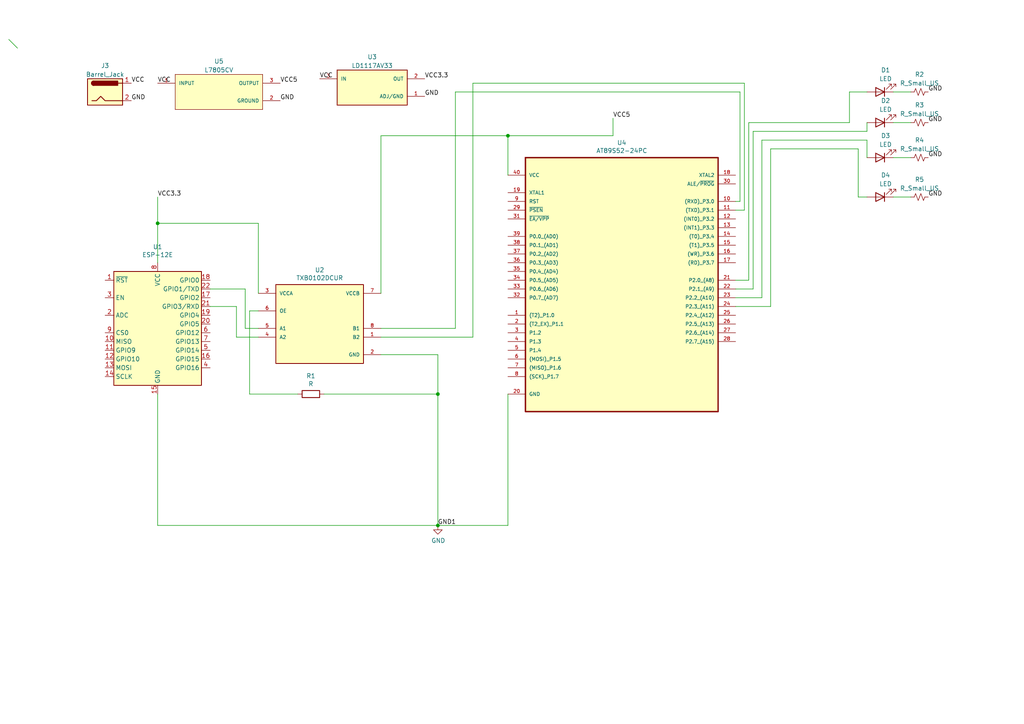
<source format=kicad_sch>
(kicad_sch (version 20230121) (generator eeschema)
  (paper "A4")
  (lib_symbols
    (symbol "CAMPROJECT-rescue:AT89S52-24PC-AT89S52-24PC" (pin_names (offset 1.016))
      (property "Reference" "U" (at -5.0038 35.4838 0))
      (property "Value" "AT89S52-24PC_AT89S52-24PC" (at -3.4036 -44.9072 0))
      (symbol "AT89S52-24PC-AT89S52-24PC_0_0"
        (rectangle (start -27.94 -40.64) (end 27.94 33.02) (stroke (width 0.4064)) (fill (type background)))
        (pin bidirectional line (at -33.02 -12.7 0) (length 5.08) (name "(T2)_P1.0") (number "1"))
        (pin bidirectional line (at 33.02 20.32 180) (length 5.08) (name "(RXD)_P3.0") (number "10"))
        (pin bidirectional line (at 33.02 17.78 180) (length 5.08) (name "(TXD)_P3.1") (number "11"))
        (pin bidirectional line (at 33.02 15.24 180) (length 5.08) (name "(INT0)_P3.2") (number "12"))
        (pin bidirectional line (at 33.02 12.7 180) (length 5.08) (name "(INT1)_P3.3") (number "13"))
        (pin bidirectional line (at 33.02 10.16 180) (length 5.08) (name "(T0)_P3.4") (number "14"))
        (pin bidirectional line (at 33.02 7.62 180) (length 5.08) (name "(T1)_P3.5") (number "15"))
        (pin bidirectional line (at 33.02 5.08 180) (length 5.08) (name "(WR)_P3.6") (number "16"))
        (pin bidirectional line (at 33.02 2.54 180) (length 5.08) (name "(RD)_P3.7") (number "17"))
        (pin output line (at 33.02 27.94 180) (length 5.08) (name "XTAL2") (number "18"))
        (pin input line (at -33.02 22.86 0) (length 5.08) (name "XTAL1") (number "19"))
        (pin bidirectional line (at -33.02 -15.24 0) (length 5.08) (name "(T2_EX)_P1.1") (number "2"))
        (pin passive line (at -33.02 -35.56 0) (length 5.08) (name "GND") (number "20"))
        (pin bidirectional line (at 33.02 -2.54 180) (length 5.08) (name "P2.0_(A8)") (number "21"))
        (pin bidirectional line (at 33.02 -5.08 180) (length 5.08) (name "P2.1_(A9)") (number "22"))
        (pin bidirectional line (at 33.02 -7.62 180) (length 5.08) (name "P2.2_(A10)") (number "23"))
        (pin bidirectional line (at 33.02 -10.16 180) (length 5.08) (name "P2.3_(A11)") (number "24"))
        (pin bidirectional line (at 33.02 -12.7 180) (length 5.08) (name "P2.4_(A12)") (number "25"))
        (pin bidirectional line (at 33.02 -15.24 180) (length 5.08) (name "P2.5_(A13)") (number "26"))
        (pin bidirectional line (at 33.02 -17.78 180) (length 5.08) (name "P2.6_(A14)") (number "27"))
        (pin bidirectional line (at 33.02 -20.32 180) (length 5.08) (name "P2.7_(A15)") (number "28"))
        (pin input line (at -33.02 17.78 0) (length 5.08) (name "~{PSEN}") (number "29"))
        (pin bidirectional line (at -33.02 -17.78 0) (length 5.08) (name "P1.2") (number "3"))
        (pin output line (at 33.02 25.4 180) (length 5.08) (name "ALE/~{PROG}") (number "30"))
        (pin input line (at -33.02 15.24 0) (length 5.08) (name "~{EA/VPP}") (number "31"))
        (pin bidirectional line (at -33.02 -7.62 0) (length 5.08) (name "P0.7_(AD7)") (number "32"))
        (pin bidirectional line (at -33.02 -5.08 0) (length 5.08) (name "P0.6_(AD6)") (number "33"))
        (pin bidirectional line (at -33.02 -2.54 0) (length 5.08) (name "P0.5_(AD5)") (number "34"))
        (pin bidirectional line (at -33.02 0 0) (length 5.08) (name "P0.4_(AD4)") (number "35"))
        (pin bidirectional line (at -33.02 2.54 0) (length 5.08) (name "P0.3_(AD3)") (number "36"))
        (pin bidirectional line (at -33.02 5.08 0) (length 5.08) (name "P0.2_(AD2)") (number "37"))
        (pin bidirectional line (at -33.02 7.62 0) (length 5.08) (name "P0.1_(AD1)") (number "38"))
        (pin bidirectional line (at -33.02 10.16 0) (length 5.08) (name "P0.0_(AD0)") (number "39"))
        (pin bidirectional line (at -33.02 -20.32 0) (length 5.08) (name "P1.3") (number "4"))
        (pin power_in line (at -33.02 27.94 0) (length 5.08) (name "VCC") (number "40"))
        (pin bidirectional line (at -33.02 -22.86 0) (length 5.08) (name "P1.4") (number "5"))
        (pin bidirectional line (at -33.02 -25.4 0) (length 5.08) (name "(MOSI)_P1.5") (number "6"))
        (pin bidirectional line (at -33.02 -27.94 0) (length 5.08) (name "(MISO)_P1.6") (number "7"))
        (pin bidirectional line (at -33.02 -30.48 0) (length 5.08) (name "(SCK)_P1.7") (number "8"))
        (pin input line (at -33.02 20.32 0) (length 5.08) (name "RST") (number "9"))
      )
    )
    (symbol "CAMPROJECT-rescue:TXB0102DCUR-TXB0102DCUR" (pin_names (offset 1.016))
      (property "Reference" "U" (at -12.7 13.6906 0))
      (property "Value" "TXB0102DCUR_TXB0102DCUR" (at -12.7 -11.6078 0))
      (symbol "TXB0102DCUR-TXB0102DCUR_0_0"
        (rectangle (start -12.7 -10.16) (end 12.7 12.7) (stroke (width 0.254)) (fill (type background)))
        (pin bidirectional line (at 17.78 -2.54 180) (length 5.08) (name "B2") (number "1"))
        (pin power_in line (at 17.78 -7.62 180) (length 5.08) (name "GND") (number "2"))
        (pin power_in line (at -17.78 10.16 0) (length 5.08) (name "VCCA") (number "3"))
        (pin bidirectional line (at -17.78 -2.54 0) (length 5.08) (name "A2") (number "4"))
        (pin bidirectional line (at -17.78 0 0) (length 5.08) (name "A1") (number "5"))
        (pin input line (at -17.78 5.08 0) (length 5.08) (name "OE") (number "6"))
        (pin power_in line (at 17.78 10.16 180) (length 5.08) (name "VCCB") (number "7"))
        (pin bidirectional line (at 17.78 0 180) (length 5.08) (name "B1") (number "8"))
      )
    )
    (symbol "Connector:Barrel_Jack" (pin_names (offset 1.016))
      (property "Reference" "J" (at 0 5.334 0))
      (property "Value" "Barrel_Jack" (at 0 -5.08 0))
      (symbol "Barrel_Jack_0_1"
        (rectangle (start -5.08 3.81) (end 5.08 -3.81) (stroke (width 0.254)) (fill (type background)))
        (arc (start -3.302 3.175) (mid -3.9343 2.54) (end -3.302 1.905) (stroke (width 0.254)))
        (arc (start -3.302 3.175) (mid -3.9343 2.54) (end -3.302 1.905) (stroke (width 0.254)) (fill (type outline)))
        (polyline (pts (xy 5.08 2.54) (xy 3.81 2.54)) (stroke (width 0.254)))
        (polyline (pts (xy -3.81 -2.54) (xy -2.54 -2.54) (xy -1.27 -1.27) (xy 0 -2.54) (xy 2.54 -2.54) (xy 5.08 -2.54)) (stroke (width 0.254)))
        (rectangle (start 3.683 3.175) (end -3.302 1.905) (stroke (width 0.254)) (fill (type outline)))
      )
      (symbol "Barrel_Jack_1_1"
        (pin passive line (at 7.62 2.54 180) (length 2.54) (name "~") (number "1"))
        (pin passive line (at 7.62 -2.54 180) (length 2.54) (name "~") (number "2"))
      )
    )
    (symbol "Device:LED" (pin_numbers hide) (pin_names (offset 1.016) hide)
      (property "Reference" "D" (at 0 2.54 0))
      (property "Value" "LED" (at 0 -2.54 0))
      (symbol "LED_0_1"
        (polyline (pts (xy -1.27 -1.27) (xy -1.27 1.27)) (stroke (width 0.254)))
        (polyline (pts (xy -1.27 0) (xy 1.27 0)))
        (polyline (pts (xy 1.27 -1.27) (xy 1.27 1.27) (xy -1.27 0) (xy 1.27 -1.27)) (stroke (width 0.254)))
        (polyline (pts (xy -3.048 -0.762) (xy -4.572 -2.286) (xy -3.81 -2.286) (xy -4.572 -2.286) (xy -4.572 -1.524)))
        (polyline (pts (xy -1.778 -0.762) (xy -3.302 -2.286) (xy -2.54 -2.286) (xy -3.302 -2.286) (xy -3.302 -1.524)))
      )
      (symbol "LED_1_1"
        (pin passive line (at -3.81 0 0) (length 2.54) (name "K") (number "1"))
        (pin passive line (at 3.81 0 180) (length 2.54) (name "A") (number "2"))
      )
    )
    (symbol "Device:R" (pin_numbers hide) (pin_names (offset 0))
      (property "Reference" "R" (at 2.032 0 90))
      (property "Value" "R" (at 0 0 90))
      (symbol "R_0_1"
        (rectangle (start -1.016 -2.54) (end 1.016 2.54) (stroke (width 0.254)))
      )
      (symbol "R_1_1"
        (pin passive line (at 0 3.81 270) (length 1.27) (name "~") (number "1"))
        (pin passive line (at 0 -3.81 90) (length 1.27) (name "~") (number "2"))
      )
    )
    (symbol "Device:R_Small_US" (pin_numbers hide) (pin_names (offset 0.254) hide)
      (property "Reference" "R" (at 0.762 0.508 0))
      (property "Value" "R_Small_US" (at 0.762 -1.016 0))
      (symbol "R_Small_US_1_1"
        (polyline (pts (xy 0 0) (xy 1.016 -0.381) (xy 0 -0.762) (xy -1.016 -1.143) (xy 0 -1.524)))
        (polyline (pts (xy 0 1.524) (xy 1.016 1.143) (xy 0 0.762) (xy -1.016 0.381) (xy 0 0)))
        (pin passive line (at 0 2.54 270) (length 1.016) (name "~") (number "1"))
        (pin passive line (at 0 -2.54 90) (length 1.016) (name "~") (number "2"))
      )
    )
    (symbol "L7805CV:L7805CV" (pin_names (offset 1.016))
      (property "Reference" "U" (at -12.7 5.842 0))
      (property "Value" "L7805CV" (at -12.7 -7.62 0))
      (symbol "L7805CV_0_0"
        (rectangle (start -12.7 -5.08) (end 12.7 5.08) (stroke (width 0.1524)) (fill (type background)))
        (pin input line (at -17.78 2.54 0) (length 5.08) (name "INPUT") (number "1"))
        (pin power_in line (at 17.78 -2.54 180) (length 5.08) (name "GROUND") (number "2"))
        (pin output line (at 17.78 2.54 180) (length 5.08) (name "OUTPUT") (number "3"))
      )
    )
    (symbol "LD1117AV33:LD1117AV33" (pin_names (offset 1.016))
      (property "Reference" "U" (at -10.16 5.842 0))
      (property "Value" "LD1117AV33" (at -10.16 -7.62 0))
      (symbol "LD1117AV33_0_0"
        (rectangle (start -10.16 -5.08) (end 10.16 5.08) (stroke (width 0.254)) (fill (type background)))
        (pin passive line (at 15.24 -2.54 180) (length 5.08) (name "ADJ/GND") (number "1"))
        (pin output line (at 15.24 2.54 180) (length 5.08) (name "OUT") (number "2"))
        (pin input line (at -15.24 2.54 0) (length 5.08) (name "IN") (number "3"))
      )
    )
    (symbol "RF_Module:ESP-12E"
      (property "Reference" "U" (at -12.7 19.05 0))
      (property "Value" "ESP-12E" (at 12.7 19.05 0))
      (symbol "ESP-12E_0_1"
        (rectangle (start -12.7 17.78) (end 12.7 -15.24) (stroke (width 0.254)) (fill (type background)))
      )
      (symbol "ESP-12E_1_1"
        (pin input line (at -15.24 15.24 0) (length 2.54) (name "~{RST}") (number "1"))
        (pin bidirectional line (at -15.24 -2.54 0) (length 2.54) (name "MISO") (number "10"))
        (pin bidirectional line (at -15.24 -5.08 0) (length 2.54) (name "GPIO9") (number "11"))
        (pin bidirectional line (at -15.24 -7.62 0) (length 2.54) (name "GPIO10") (number "12"))
        (pin bidirectional line (at -15.24 -10.16 0) (length 2.54) (name "MOSI") (number "13"))
        (pin bidirectional line (at -15.24 -12.7 0) (length 2.54) (name "SCLK") (number "14"))
        (pin power_in line (at 0 -17.78 90) (length 2.54) (name "GND") (number "15"))
        (pin bidirectional line (at 15.24 -7.62 180) (length 2.54) (name "GPIO15") (number "16"))
        (pin bidirectional line (at 15.24 10.16 180) (length 2.54) (name "GPIO2") (number "17"))
        (pin bidirectional line (at 15.24 15.24 180) (length 2.54) (name "GPIO0") (number "18"))
        (pin bidirectional line (at 15.24 5.08 180) (length 2.54) (name "GPIO4") (number "19"))
        (pin input line (at -15.24 5.08 0) (length 2.54) (name "ADC") (number "2"))
        (pin bidirectional line (at 15.24 2.54 180) (length 2.54) (name "GPIO5") (number "20"))
        (pin bidirectional line (at 15.24 7.62 180) (length 2.54) (name "GPIO3/RXD") (number "21"))
        (pin bidirectional line (at 15.24 12.7 180) (length 2.54) (name "GPIO1/TXD") (number "22"))
        (pin input line (at -15.24 10.16 0) (length 2.54) (name "EN") (number "3"))
        (pin bidirectional line (at 15.24 -10.16 180) (length 2.54) (name "GPIO16") (number "4"))
        (pin bidirectional line (at 15.24 -5.08 180) (length 2.54) (name "GPIO14") (number "5"))
        (pin bidirectional line (at 15.24 0 180) (length 2.54) (name "GPIO12") (number "6"))
        (pin bidirectional line (at 15.24 -2.54 180) (length 2.54) (name "GPIO13") (number "7"))
        (pin power_in line (at 0 20.32 270) (length 2.54) (name "VCC") (number "8"))
        (pin input line (at -15.24 0 0) (length 2.54) (name "CS0") (number "9"))
      )
    )
    (symbol "power:GND" (power) (pin_names (offset 0))
      (property "Value" "GND" (at 0 -3.81 0))
      (symbol "GND_0_1"
        (polyline (pts (xy 0 0) (xy 0 -1.27) (xy 1.27 -1.27) (xy 0 -2.54) (xy -1.27 -1.27) (xy 0 -1.27)))
      )
      (symbol "GND_1_1"
        (pin power_in line (at 0 0 270) (length 0) hide (name "GND") (number "1"))
      )
    )
  )
  (junction (at 127 114.3))
  (junction (at 127 152.4))
  (junction (at 45.72 64.77))
  (junction (at 147.32 39.37))
  (bus_entry (at 2.54 11.43) (size 2.54 2.54))
  (wire (pts (xy 110.49 95.25) (xy 132.08 95.25)))
  (wire (pts (xy 127 114.3) (xy 127 152.4)))
  (wire (pts (xy 220.98 86.36) (xy 213.36 86.36)))
  (wire (pts (xy 110.49 97.79) (xy 137.16 97.79)))
  (wire (pts (xy 71.12 95.25) (xy 74.93 95.25)))
  (wire (pts (xy 110.49 39.37) (xy 110.49 85.09)))
  (wire (pts (xy 248.92 57.15) (xy 251.46 57.15)))
  (wire (pts (xy 259.08 45.72) (xy 264.16 45.72)))
  (wire (pts (xy 259.08 35.56) (xy 264.16 35.56)))
  (wire (pts (xy 45.72 57.15) (xy 45.72 64.77)))
  (wire (pts (xy 223.52 88.9) (xy 223.52 43.18)))
  (wire (pts (xy 248.92 43.18) (xy 248.92 57.15)))
  (wire (pts (xy 177.8 39.37) (xy 147.32 39.37)))
  (wire (pts (xy 217.17 35.56) (xy 217.17 81.28)))
  (wire (pts (xy 246.38 35.56) (xy 246.38 26.67)))
  (wire (pts (xy 110.49 39.37) (xy 147.32 39.37)))
  (wire (pts (xy 132.08 26.67) (xy 132.08 95.25)))
  (wire (pts (xy 72.39 114.3) (xy 86.36 114.3)))
  (wire (pts (xy 45.72 114.3) (xy 45.72 152.4)))
  (wire (pts (xy 213.36 60.96) (xy 215.9 60.96)))
  (wire (pts (xy 137.16 24.13) (xy 137.16 97.79)))
  (wire (pts (xy 246.38 26.67) (xy 251.46 26.67)))
  (wire (pts (xy 60.96 83.82) (xy 71.12 83.82)))
  (wire (pts (xy 72.39 90.17) (xy 72.39 114.3)))
  (wire (pts (xy 223.52 43.18) (xy 248.92 43.18)))
  (wire (pts (xy 71.12 83.82) (xy 71.12 95.25)))
  (wire (pts (xy 215.9 60.96) (xy 215.9 24.13)))
  (wire (pts (xy 74.93 90.17) (xy 72.39 90.17)))
  (wire (pts (xy 213.36 81.28) (xy 217.17 81.28)))
  (wire (pts (xy 259.08 57.15) (xy 264.16 57.15)))
  (wire (pts (xy 147.32 39.37) (xy 147.32 50.8)))
  (wire (pts (xy 68.58 88.9) (xy 68.58 97.79)))
  (wire (pts (xy 251.46 38.1) (xy 251.46 35.56)))
  (wire (pts (xy 45.72 64.77) (xy 45.72 76.2)))
  (wire (pts (xy 215.9 24.13) (xy 137.16 24.13)))
  (wire (pts (xy 220.98 40.64) (xy 251.46 40.64)))
  (wire (pts (xy 218.44 83.82) (xy 213.36 83.82)))
  (wire (pts (xy 177.8 39.37) (xy 177.8 34.29)))
  (wire (pts (xy 220.98 86.36) (xy 220.98 40.64)))
  (wire (pts (xy 214.63 26.67) (xy 214.63 58.42)))
  (wire (pts (xy 251.46 40.64) (xy 251.46 45.72)))
  (wire (pts (xy 213.36 88.9) (xy 223.52 88.9)))
  (wire (pts (xy 214.63 58.42) (xy 213.36 58.42)))
  (wire (pts (xy 127 102.87) (xy 127 114.3)))
  (wire (pts (xy 218.44 38.1) (xy 251.46 38.1)))
  (wire (pts (xy 259.08 26.67) (xy 264.16 26.67)))
  (wire (pts (xy 218.44 83.82) (xy 218.44 38.1)))
  (wire (pts (xy 147.32 114.3) (xy 147.32 152.4)))
  (wire (pts (xy 68.58 97.79) (xy 74.93 97.79)))
  (wire (pts (xy 45.72 152.4) (xy 127 152.4)))
  (wire (pts (xy 74.93 64.77) (xy 74.93 85.09)))
  (wire (pts (xy 132.08 26.67) (xy 214.63 26.67)))
  (wire (pts (xy 246.38 35.56) (xy 217.17 35.56)))
  (wire (pts (xy 93.98 114.3) (xy 127 114.3)))
  (wire (pts (xy 45.72 64.77) (xy 74.93 64.77)))
  (wire (pts (xy 127 152.4) (xy 147.32 152.4)))
  (wire (pts (xy 110.49 102.87) (xy 127 102.87)))
  (wire (pts (xy 60.96 88.9) (xy 68.58 88.9)))
  (label "GND" (at 38.1 29.21 0))
  (label "VCC5" (at 177.8 34.29 0))
  (label "GND1" (at 127 152.4 0))
  (label "GND" (at 269.24 45.72 0))
  (label "GND" (at 269.24 57.15 0))
  (label "VCC3.3" (at 45.72 57.15 0))
  (label "VCC" (at 38.1 24.13 0))
  (label "GND" (at 81.28 29.21 0))
  (label "VCC5" (at 81.28 24.13 0))
  (label "VCC3.3" (at 123.19 22.86 0))
  (label "GND" (at 269.24 26.67 0))
  (label "VCC" (at 45.72 24.13 0))
  (label "VCC" (at 92.71 22.86 0))
  (label "GND" (at 123.19 27.94 0))
  (label "GND" (at 269.24 35.56 0))
  (symbol (lib_id "RF_Module:ESP-12E") (at 45.72 96.52 0) (unit 1)
    (property "Reference" "U1" (at 45.72 71.6026 0))
    (property "Value" "ESP-12E" (at 45.72 73.914 0))
    (property "Footprint" "RF_Module:ESP-12E" (effects hide))
    (property "Datasheet" "http://wiki.ai-thinker.com/_media/esp8266/esp8266_series_modules_user_manual_v1.1.pdf" (effects hide))
  )
  (symbol (lib_id "power:GND") (at 127 152.4 0) (unit 1)
    (property "Reference" "#PWR0103" (effects hide))
    (property "Value" "GND" (at 127.127 156.7942 0))
  )
  (symbol (lib_id "CAMPROJECT-rescue:AT89S52-24PC-AT89S52-24PC") (at 180.34 78.74 0) (unit 1)
    (property "Reference" "U4" (at 180.34 41.402 0))
    (property "Value" "AT89S52-24PC" (at 180.34 43.7134 0))
    (property "Footprint" "CAMPROJECT:DIP254P1524X482-40" (effects hide))
    (property "PACKAGE" "DIP-40" (effects hide))
    (property "DESCRIPTION" "8-bit Microcontroller" (effects hide))
    (property "OC_NEWARK" "96K6580" (effects hide))
    (property "MPN" "AT89S52-24PC" (effects hide))
    (property "OC_FARNELL" "1095743" (effects hide))
    (property "SUPPLIER" "Atmel" (effects hide))
  )
  (symbol (lib_id "CAMPROJECT-rescue:TXB0102DCUR-TXB0102DCUR") (at 92.71 95.25 0) (unit 1)
    (property "Reference" "U2" (at 92.71 78.3082 0))
    (property "Value" "TXB0102DCUR" (at 92.71 80.6196 0))
    (property "Footprint" "CAMPROJECT:SOP50P310X90-8N" (effects hide))
    (property "STANDARD" "IPC-7351B" (effects hide))
    (property "MAXIMUM_PACKAGE_HEIGHT" "0.9 mm" (effects hide))
    (property "MANUFACTURER" "Texas Instruments" (effects hide))
    (property "PARTREV" "D" (effects hide))
  )
  (symbol (lib_id "Device:R") (at 90.17 114.3 270) (unit 1)
    (property "Reference" "R1" (at 90.17 109.0422 90))
    (property "Value" "R" (at 90.17 111.3536 90))
    (property "Footprint" "Resistor_THT:R_Axial_DIN0207_L6.3mm_D2.5mm_P10.16mm_Horizontal" (effects hide))
  )
  (symbol (lib_id "LD1117AV33:LD1117AV33") (at 107.95 25.4 0) (unit 1)
    (property "Reference" "U3" (at 107.95 16.51 0))
    (property "Value" "LD1117AV33" (at 107.95 19.05 0))
    (property "Footprint" "CAMPROJECT:TO255P1020X450X1968-3" (effects hide))
    (property "MAXIMUM_PACKAGE_HEIGHT" "19.68mm" (effects hide))
    (property "STANDARD" "IPC-7351B" (effects hide))
    (property "PARTREV" "26" (effects hide))
    (property "MANUFACTURER" "ST Microelectronics" (effects hide))
  )
  (symbol (lib_id "Device:LED") (at 255.27 35.56 180) (unit 1)
    (property "Reference" "D2" (at 256.8575 29.21 0))
    (property "Value" "LED" (at 256.8575 31.75 0))
    (property "Footprint" "LED_THT:LED_D5.0mm_Clear" (effects hide))
  )
  (symbol (lib_id "Device:R_Small_US") (at 266.7 57.15 90) (unit 1)
    (property "Reference" "R5" (at 266.7 52.07 90))
    (property "Value" "R_Small_US" (at 266.7 54.61 90))
    (property "Footprint" "Resistor_THT:R_Axial_DIN0207_L6.3mm_D2.5mm_P10.16mm_Horizontal" (effects hide))
  )
  (symbol (lib_id "Device:LED") (at 255.27 26.67 180) (unit 1)
    (property "Reference" "D1" (at 256.8575 20.32 0))
    (property "Value" "LED" (at 256.8575 22.86 0))
    (property "Footprint" "LED_THT:LED_D5.0mm_Clear" (effects hide))
  )
  (symbol (lib_id "Device:R_Small_US") (at 266.7 45.72 90) (unit 1)
    (property "Reference" "R4" (at 266.7 40.64 90))
    (property "Value" "R_Small_US" (at 266.7 43.18 90))
    (property "Footprint" "Resistor_THT:R_Axial_DIN0207_L6.3mm_D2.5mm_P10.16mm_Horizontal" (effects hide))
  )
  (symbol (lib_id "Connector:Barrel_Jack") (at 30.48 26.67 0) (unit 1)
    (property "Reference" "J3" (at 30.48 19.05 0))
    (property "Value" "Barrel_Jack" (at 30.48 21.59 0))
    (property "Footprint" "Connector_BarrelJack:BarrelJack_GCT_DCJ200-10-A_Horizontal" (effects hide))
  )
  (symbol (lib_id "Device:R_Small_US") (at 266.7 35.56 90) (unit 1)
    (property "Reference" "R3" (at 266.7 30.48 90))
    (property "Value" "R_Small_US" (at 266.7 33.02 90))
    (property "Footprint" "Resistor_THT:R_Axial_DIN0207_L6.3mm_D2.5mm_P10.16mm_Horizontal" (effects hide))
  )
  (symbol (lib_id "Device:R_Small_US") (at 266.7 26.67 90) (unit 1)
    (property "Reference" "R2" (at 266.7 21.59 90))
    (property "Value" "R_Small_US" (at 266.7 24.13 90))
    (property "Footprint" "Resistor_THT:R_Axial_DIN0207_L6.3mm_D2.5mm_P10.16mm_Horizontal" (effects hide))
  )
  (symbol (lib_id "Device:LED") (at 255.27 45.72 180) (unit 1)
    (property "Reference" "D3" (at 256.8575 39.37 0))
    (property "Value" "LED" (at 256.8575 41.91 0))
    (property "Footprint" "LED_THT:LED_D5.0mm_Clear" (effects hide))
  )
  (symbol (lib_id "L7805CV:L7805CV") (at 63.5 26.67 0) (unit 1)
    (property "Reference" "U5" (at 63.5 17.78 0))
    (property "Value" "L7805CV" (at 63.5 20.32 0))
    (property "Footprint" "CAMPROJECT:TO255P1040X460X1968-3" (effects hide))
    (property "MANUFACTURER" "STMicroelectronics" (effects hide))
    (property "PARTREV" "36" (effects hide))
    (property "STANDARD" "IPC-7351B" (effects hide))
  )
  (symbol (lib_id "Device:LED") (at 255.27 57.15 180) (unit 1)
    (property "Reference" "D4" (at 256.8575 50.8 0))
    (property "Value" "LED" (at 256.8575 53.34 0))
    (property "Footprint" "LED_THT:LED_D5.0mm_Clear" (effects hide))
  )
)
</source>
